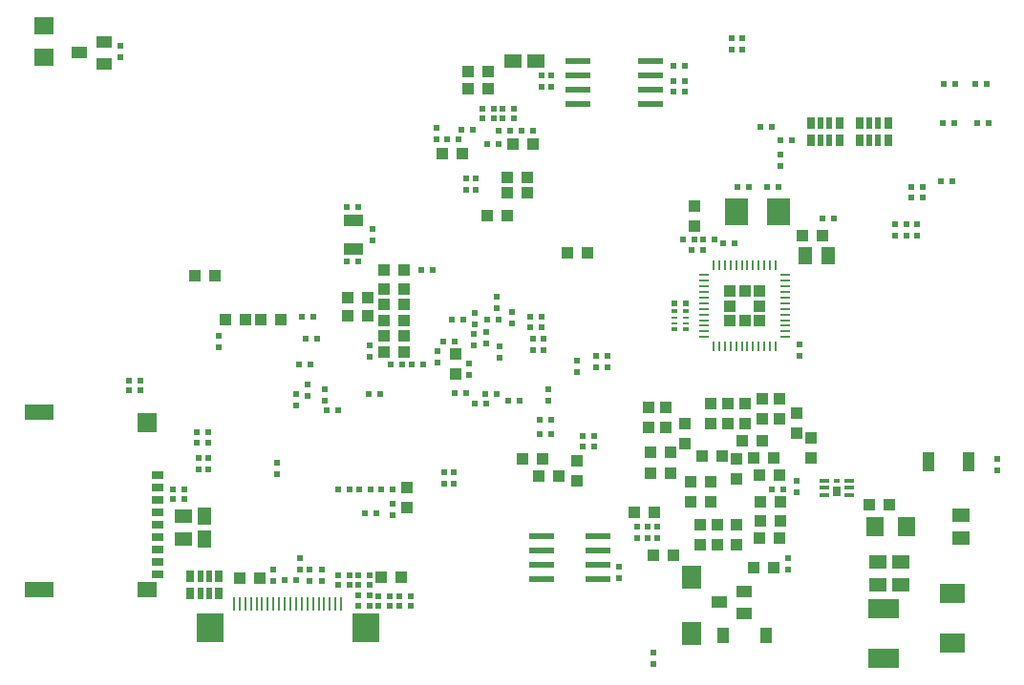
<source format=gbr>
%TF.GenerationSoftware,KiCad,Pcbnew,5.1.5-52549c5~84~ubuntu18.04.1*%
%TF.CreationDate,2020-02-11T15:54:30+02:00*%
%TF.ProjectId,A64-OlinuXino_Rev_G,4136342d-4f6c-4696-9e75-58696e6f5f52,G*%
%TF.SameCoordinates,Original*%
%TF.FileFunction,Paste,Bot*%
%TF.FilePolarity,Positive*%
%FSLAX46Y46*%
G04 Gerber Fmt 4.6, Leading zero omitted, Abs format (unit mm)*
G04 Created by KiCad (PCBNEW 5.1.5-52549c5~84~ubuntu18.04.1) date 2020-02-11 15:54:30*
%MOMM*%
%LPD*%
G04 APERTURE LIST*
%ADD10R,1.800000X1.000000*%
%ADD11R,0.500000X0.550000*%
%ADD12R,2.200000X0.600000*%
%ADD13R,0.550000X0.500000*%
%ADD14R,0.600000X0.350000*%
%ADD15R,0.800000X0.950000*%
%ADD16R,0.900000X0.350000*%
%ADD17R,0.605000X0.305000*%
%ADD18R,0.605000X0.230000*%
%ADD19R,1.016000X1.016000*%
%ADD20R,2.600000X1.400000*%
%ADD21R,1.800000X1.800000*%
%ADD22R,1.800000X1.400000*%
%ADD23R,1.100000X0.700000*%
%ADD24R,0.230000X1.280000*%
%ADD25R,2.400000X2.600000*%
%ADD26R,1.000000X1.000000*%
%ADD27R,0.880000X0.230000*%
%ADD28R,0.230000X0.880000*%
%ADD29R,0.508000X1.016000*%
%ADD30R,0.762000X1.016000*%
%ADD31R,1.524000X1.270000*%
%ADD32R,1.700000X2.000000*%
%ADD33R,1.000000X1.400000*%
%ADD34R,1.400000X1.000000*%
%ADD35R,1.800000X1.600000*%
%ADD36R,2.700000X1.800000*%
%ADD37R,1.270000X1.524000*%
%ADD38R,1.524000X1.778000*%
%ADD39R,1.016000X1.778000*%
%ADD40R,2.100000X2.400000*%
%ADD41R,2.286000X1.778000*%
G04 APERTURE END LIST*
D10*
%TO.C,Q2*%
X131953000Y-62210000D03*
X131953000Y-59710000D03*
%TD*%
D11*
%TO.C,R15*%
X144399000Y-50673000D03*
X143383000Y-50673000D03*
%TD*%
D12*
%TO.C,U4*%
X153649501Y-91567001D03*
X153649501Y-90297001D03*
X153649501Y-89027001D03*
X153649501Y-87757001D03*
X148649501Y-87757001D03*
X148649501Y-89027001D03*
X148649501Y-90297001D03*
X148649501Y-91567001D03*
%TD*%
D13*
%TO.C,C39*%
X155448000Y-90424000D03*
X155448000Y-91440000D03*
%TD*%
D11*
%TO.C,R66*%
X145161000Y-50673000D03*
X146177000Y-50673000D03*
%TD*%
D13*
%TO.C,C94*%
X142811500Y-56959500D03*
X142811500Y-55943500D03*
%TD*%
D11*
%TO.C,R131*%
X136017000Y-93027500D03*
X137033000Y-93027500D03*
%TD*%
%TO.C,R132*%
X132334000Y-92964000D03*
X133350000Y-92964000D03*
%TD*%
%TO.C,R127*%
X135191500Y-93027500D03*
X134175500Y-93027500D03*
%TD*%
%TO.C,R128*%
X133350000Y-92075000D03*
X132334000Y-92075000D03*
%TD*%
%TO.C,R129*%
X137033000Y-93916500D03*
X136017000Y-93916500D03*
%TD*%
%TO.C,R130*%
X133350000Y-93916500D03*
X132334000Y-93916500D03*
%TD*%
%TO.C,R126*%
X130556000Y-92075000D03*
X131572000Y-92075000D03*
%TD*%
%TO.C,R125*%
X135191500Y-93916500D03*
X134175500Y-93916500D03*
%TD*%
%TO.C,R121*%
X146177000Y-49784000D03*
X145161000Y-49784000D03*
%TD*%
D14*
%TO.C,T1*%
X174752000Y-82789000D03*
D15*
X174752000Y-83789000D03*
D16*
X175852000Y-84089000D03*
X175852000Y-83439000D03*
X175852000Y-82789000D03*
X173652000Y-82789000D03*
X173652000Y-83439000D03*
X173652000Y-84089000D03*
%TD*%
D17*
%TO.C,RM15*%
X160396500Y-69370000D03*
X161421500Y-69370000D03*
D18*
X160396500Y-68830000D03*
X161421500Y-68830000D03*
X160396500Y-68330000D03*
X161421500Y-68330000D03*
D17*
X160396500Y-67790000D03*
X161421500Y-67790000D03*
%TD*%
D11*
%TO.C,R62*%
X143383000Y-49784000D03*
X144399000Y-49784000D03*
%TD*%
D19*
%TO.C,C162*%
X161290000Y-79502000D03*
X161290000Y-77724000D03*
%TD*%
D12*
%TO.C,U12*%
X151832000Y-45593000D03*
X151832000Y-46863000D03*
X151832000Y-48133000D03*
X151832000Y-49403000D03*
X158302000Y-49403000D03*
X158302000Y-48133000D03*
X158302000Y-46863000D03*
X158302000Y-45593000D03*
%TD*%
D20*
%TO.C,MICRO_SD1*%
X104085000Y-92432000D03*
X104085000Y-76732000D03*
D21*
X113685000Y-77632000D03*
D22*
X113685000Y-92432000D03*
D23*
X114565000Y-91132000D03*
X114565000Y-90032000D03*
X114565000Y-88932000D03*
X114565000Y-87832000D03*
X114565000Y-86732000D03*
X114565000Y-85632000D03*
X114565000Y-84532000D03*
X114565000Y-83432000D03*
X114565000Y-82332000D03*
%TD*%
D24*
%TO.C,MIPI-DSI1*%
X121361000Y-93770000D03*
X121861000Y-93770000D03*
X122361000Y-93770000D03*
X122861000Y-93770000D03*
X123361000Y-93770000D03*
X123861000Y-93770000D03*
X124361000Y-93770000D03*
X124861000Y-93770000D03*
X125361000Y-93770000D03*
X125861000Y-93770000D03*
X126361000Y-93770000D03*
X126861000Y-93770000D03*
X127361000Y-93770000D03*
X127861000Y-93770000D03*
X128361000Y-93770000D03*
X128861000Y-93770000D03*
X129361000Y-93770000D03*
X129861000Y-93770000D03*
X130361000Y-93770000D03*
X130861000Y-93770000D03*
D25*
X119211000Y-95870000D03*
X133011000Y-95870000D03*
%TD*%
D26*
%TO.C,U15*%
X167919400Y-66014600D03*
X166624000Y-66014600D03*
X167919400Y-67310000D03*
X167919400Y-68605400D03*
X166624000Y-68605400D03*
X165328600Y-68605400D03*
X165328600Y-67310000D03*
D27*
X170224000Y-64560000D03*
X170224000Y-65060000D03*
X170224000Y-65560000D03*
X170224000Y-66060000D03*
X170224000Y-66560000D03*
X170224000Y-67060000D03*
X170224000Y-67560000D03*
X170224000Y-68060000D03*
X170224000Y-68560000D03*
X170224000Y-69060000D03*
X170224000Y-69560000D03*
X170224000Y-70060000D03*
D28*
X169374000Y-70910000D03*
X168874000Y-70910000D03*
X168374000Y-70910000D03*
X167874000Y-70910000D03*
X167374000Y-70910000D03*
X166874000Y-70910000D03*
X166374000Y-70910000D03*
X165874000Y-70910000D03*
X165374000Y-70910000D03*
X164874000Y-70910000D03*
X164374000Y-70910000D03*
X163874000Y-70910000D03*
D27*
X163024000Y-70060000D03*
X163024000Y-69560000D03*
X163024000Y-69060000D03*
X163024000Y-68560000D03*
X163024000Y-68060000D03*
X163024000Y-67560000D03*
X163024000Y-67060000D03*
X163024000Y-66560000D03*
X163024000Y-66060000D03*
X163024000Y-65560000D03*
X163024000Y-65060000D03*
X163024000Y-64560000D03*
D28*
X163874000Y-63710000D03*
X164374000Y-63710000D03*
X164874000Y-63710000D03*
X165374000Y-63710000D03*
X165874000Y-63710000D03*
X166374000Y-63710000D03*
X166874000Y-63710000D03*
X167374000Y-63710000D03*
X167874000Y-63710000D03*
X168374000Y-63710000D03*
X168874000Y-63710000D03*
X169374000Y-63710000D03*
D26*
X165328600Y-66014600D03*
%TD*%
D29*
%TO.C,RM9*%
X177673000Y-52578000D03*
X178435000Y-52578000D03*
X177673000Y-51054000D03*
X178435000Y-51054000D03*
D30*
X176784000Y-52578000D03*
X176784000Y-51054000D03*
X179324000Y-52578000D03*
X179324000Y-51054000D03*
%TD*%
D13*
%TO.C,R93*%
X133604000Y-61468000D03*
X133604000Y-60452000D03*
%TD*%
%TO.C,R46*%
X111252000Y-45212000D03*
X111252000Y-44196000D03*
%TD*%
%TO.C,C1*%
X135400000Y-85908000D03*
X135400000Y-84892000D03*
%TD*%
D11*
%TO.C,C2*%
X134366000Y-83566000D03*
X135382000Y-83566000D03*
%TD*%
%TO.C,C3*%
X132461000Y-83566000D03*
X133477000Y-83566000D03*
%TD*%
%TO.C,C4*%
X130556000Y-83566000D03*
X131572000Y-83566000D03*
%TD*%
D19*
%TO.C,C5*%
X136144000Y-91376500D03*
X134366000Y-91376500D03*
%TD*%
D13*
%TO.C,C6*%
X129159000Y-91694000D03*
X129159000Y-90678000D03*
%TD*%
%TO.C,C7*%
X124841000Y-91694000D03*
X124841000Y-90678000D03*
%TD*%
%TO.C,C8*%
X125200000Y-81192000D03*
X125200000Y-82208000D03*
%TD*%
%TO.C,C9*%
X129413000Y-74676000D03*
X129413000Y-75692000D03*
%TD*%
D19*
%TO.C,C10*%
X125489000Y-68500000D03*
X123711000Y-68500000D03*
%TD*%
D13*
%TO.C,C11*%
X119100000Y-80792000D03*
X119100000Y-81808000D03*
%TD*%
D11*
%TO.C,C12*%
X134008000Y-85700000D03*
X132992000Y-85700000D03*
%TD*%
%TO.C,C13*%
X132334000Y-91186000D03*
X133350000Y-91186000D03*
%TD*%
%TO.C,C14*%
X130556000Y-91186000D03*
X131572000Y-91186000D03*
%TD*%
D13*
%TO.C,C15*%
X133400000Y-71808000D03*
X133400000Y-70792000D03*
%TD*%
D19*
%TO.C,C16*%
X121911000Y-91500000D03*
X123689000Y-91500000D03*
%TD*%
D11*
%TO.C,C17*%
X144608000Y-75100000D03*
X143592000Y-75100000D03*
%TD*%
%TO.C,C18*%
X146708000Y-75700000D03*
X145692000Y-75700000D03*
%TD*%
%TO.C,C19*%
X129540000Y-76581000D03*
X130556000Y-76581000D03*
%TD*%
%TO.C,C20*%
X128708000Y-70200000D03*
X127692000Y-70200000D03*
%TD*%
D19*
%TO.C,C21*%
X131445000Y-68199000D03*
X133223000Y-68199000D03*
%TD*%
D11*
%TO.C,C22*%
X140892000Y-75000000D03*
X141908000Y-75000000D03*
%TD*%
%TO.C,C23*%
X118092000Y-78500000D03*
X119108000Y-78500000D03*
%TD*%
D13*
%TO.C,C24*%
X127200000Y-90708000D03*
X127200000Y-89692000D03*
%TD*%
D11*
%TO.C,C25*%
X128408000Y-68300000D03*
X127392000Y-68300000D03*
%TD*%
D19*
%TO.C,C26*%
X120611000Y-68500000D03*
X122389000Y-68500000D03*
%TD*%
%TO.C,C27*%
X136652000Y-83439000D03*
X136652000Y-85217000D03*
%TD*%
D13*
%TO.C,C28*%
X127900000Y-75308000D03*
X127900000Y-74292000D03*
%TD*%
D11*
%TO.C,C29*%
X142692000Y-76000000D03*
X143708000Y-76000000D03*
%TD*%
%TO.C,C30*%
X134308000Y-75100000D03*
X133292000Y-75100000D03*
%TD*%
D13*
%TO.C,C31*%
X126900000Y-75092000D03*
X126900000Y-76108000D03*
%TD*%
D11*
%TO.C,C34*%
X147592000Y-69200000D03*
X148608000Y-69200000D03*
%TD*%
%TO.C,C35*%
X146892000Y-51750000D03*
X147908000Y-51750000D03*
%TD*%
D19*
%TO.C,C36*%
X146113500Y-52959000D03*
X147891500Y-52959000D03*
%TD*%
D11*
%TO.C,C37*%
X140242000Y-52500000D03*
X141258000Y-52500000D03*
%TD*%
D19*
%TO.C,C38*%
X139861000Y-53750000D03*
X141639000Y-53750000D03*
%TD*%
%TO.C,C42*%
X142111000Y-46500000D03*
X143889000Y-46500000D03*
%TD*%
%TO.C,C43*%
X142111000Y-48050000D03*
X143889000Y-48050000D03*
%TD*%
D11*
%TO.C,C44*%
X142508000Y-51650000D03*
X141492000Y-51650000D03*
%TD*%
%TO.C,C46*%
X139892000Y-70500000D03*
X140908000Y-70500000D03*
%TD*%
D13*
%TO.C,C50*%
X139425000Y-72333000D03*
X139425000Y-71317000D03*
%TD*%
D11*
%TO.C,C51*%
X137092000Y-72500000D03*
X138108000Y-72500000D03*
%TD*%
D19*
%TO.C,C53*%
X134620000Y-69977000D03*
X136398000Y-69977000D03*
%TD*%
%TO.C,C54*%
X136398000Y-65786000D03*
X134620000Y-65786000D03*
%TD*%
%TO.C,C55*%
X134620000Y-68580000D03*
X136398000Y-68580000D03*
%TD*%
%TO.C,C56*%
X136398000Y-67183000D03*
X134620000Y-67183000D03*
%TD*%
%TO.C,C59*%
X136398000Y-71374000D03*
X134620000Y-71374000D03*
%TD*%
%TO.C,C61*%
X141050000Y-73364000D03*
X141050000Y-71586000D03*
%TD*%
D31*
%TO.C,C64*%
X116840000Y-88011000D03*
X116840000Y-85979000D03*
%TD*%
D13*
%TO.C,C72*%
X179959000Y-60071000D03*
X179959000Y-61087000D03*
%TD*%
%TO.C,C73*%
X144625000Y-67458000D03*
X144625000Y-66442000D03*
%TD*%
D11*
%TO.C,C79*%
X144808000Y-68500000D03*
X143792000Y-68500000D03*
%TD*%
D13*
%TO.C,C80*%
X147900000Y-71208000D03*
X147900000Y-70192000D03*
%TD*%
%TO.C,C109*%
X142700000Y-67892000D03*
X142700000Y-68908000D03*
%TD*%
D11*
%TO.C,C110*%
X147592000Y-68300000D03*
X148608000Y-68300000D03*
%TD*%
D13*
%TO.C,C115*%
X148800000Y-70192000D03*
X148800000Y-71208000D03*
%TD*%
D19*
%TO.C,C116*%
X143764000Y-59309000D03*
X145542000Y-59309000D03*
%TD*%
D13*
%TO.C,C117*%
X142600000Y-69792000D03*
X142600000Y-70808000D03*
%TD*%
D31*
%TO.C,C118*%
X180467000Y-92075000D03*
X180467000Y-90043000D03*
%TD*%
%TO.C,C119*%
X178435000Y-92075000D03*
X178435000Y-90043000D03*
%TD*%
D19*
%TO.C,C120*%
X145542000Y-55880000D03*
X147320000Y-55880000D03*
%TD*%
%TO.C,C121*%
X168021000Y-84709000D03*
X169799000Y-84709000D03*
%TD*%
D11*
%TO.C,C123*%
X149508000Y-77400000D03*
X148492000Y-77400000D03*
%TD*%
D19*
%TO.C,C125*%
X160020000Y-80264000D03*
X158242000Y-80264000D03*
%TD*%
%TO.C,C126*%
X161798000Y-82931000D03*
X163576000Y-82931000D03*
%TD*%
D11*
%TO.C,C127*%
X152273000Y-79756000D03*
X153289000Y-79756000D03*
%TD*%
D19*
%TO.C,C128*%
X168021000Y-86360000D03*
X169799000Y-86360000D03*
%TD*%
D11*
%TO.C,C130*%
X152273000Y-78867000D03*
X153289000Y-78867000D03*
%TD*%
D13*
%TO.C,C132*%
X149200000Y-75708000D03*
X149200000Y-74692000D03*
%TD*%
D19*
%TO.C,C133*%
X165862000Y-88519000D03*
X165862000Y-86741000D03*
%TD*%
D11*
%TO.C,C134*%
X149508000Y-78700000D03*
X148492000Y-78700000D03*
%TD*%
D19*
%TO.C,C135*%
X179451000Y-84963000D03*
X177673000Y-84963000D03*
%TD*%
%TO.C,C137*%
X151765000Y-81026000D03*
X151765000Y-82804000D03*
%TD*%
%TO.C,C142*%
X148717000Y-80899000D03*
X146939000Y-80899000D03*
%TD*%
%TO.C,C145*%
X164211000Y-88519000D03*
X164211000Y-86741000D03*
%TD*%
%TO.C,C147*%
X172466000Y-78994000D03*
X172466000Y-80772000D03*
%TD*%
%TO.C,C148*%
X150114000Y-82423000D03*
X148336000Y-82423000D03*
%TD*%
%TO.C,C149*%
X162687000Y-86741000D03*
X162687000Y-88519000D03*
%TD*%
%TO.C,C151*%
X158496000Y-89408000D03*
X160274000Y-89408000D03*
%TD*%
%TO.C,C152*%
X167386000Y-90551000D03*
X169164000Y-90551000D03*
%TD*%
%TO.C,C153*%
X166624000Y-77724000D03*
X166624000Y-75946000D03*
%TD*%
D13*
%TO.C,C155*%
X142200000Y-72392000D03*
X142200000Y-73408000D03*
%TD*%
D11*
%TO.C,C156*%
X185293000Y-47625000D03*
X184277000Y-47625000D03*
%TD*%
D19*
%TO.C,C157*%
X165862000Y-80899000D03*
X165862000Y-82677000D03*
%TD*%
D13*
%TO.C,C158*%
X144900000Y-70892000D03*
X144900000Y-71908000D03*
%TD*%
D19*
%TO.C,C159*%
X160020000Y-82169000D03*
X158242000Y-82169000D03*
%TD*%
%TO.C,C160*%
X158115000Y-76327000D03*
X158115000Y-78105000D03*
%TD*%
%TO.C,C161*%
X162814000Y-80645000D03*
X164592000Y-80645000D03*
%TD*%
%TO.C,C164*%
X163576000Y-77724000D03*
X163576000Y-75946000D03*
%TD*%
%TO.C,C165*%
X165100000Y-77724000D03*
X165100000Y-75946000D03*
%TD*%
%TO.C,C167*%
X168148000Y-79248000D03*
X166370000Y-79248000D03*
%TD*%
%TO.C,C168*%
X159639000Y-76327000D03*
X159639000Y-78105000D03*
%TD*%
%TO.C,C170*%
X169164000Y-80772000D03*
X167386000Y-80772000D03*
%TD*%
%TO.C,C171*%
X163576000Y-84709000D03*
X161798000Y-84709000D03*
%TD*%
%TO.C,C173*%
X156845000Y-85598000D03*
X158623000Y-85598000D03*
%TD*%
%TO.C,C174*%
X171196000Y-78613000D03*
X171196000Y-76835000D03*
%TD*%
%TO.C,C176*%
X169672000Y-82296000D03*
X167894000Y-82296000D03*
%TD*%
D11*
%TO.C,C177*%
X185166000Y-51054000D03*
X184150000Y-51054000D03*
%TD*%
D19*
%TO.C,C178*%
X169672000Y-77343000D03*
X169672000Y-75565000D03*
%TD*%
%TO.C,C179*%
X168148000Y-77343000D03*
X168148000Y-75565000D03*
%TD*%
D31*
%TO.C,C180*%
X185801000Y-87884000D03*
X185801000Y-85852000D03*
%TD*%
D19*
%TO.C,C181*%
X169672000Y-87884000D03*
X167894000Y-87884000D03*
%TD*%
D11*
%TO.C,C183*%
X131318000Y-58547000D03*
X132334000Y-58547000D03*
%TD*%
%TO.C,C184*%
X131318000Y-63373000D03*
X132334000Y-63373000D03*
%TD*%
D19*
%TO.C,C188*%
X145542000Y-57277000D03*
X147320000Y-57277000D03*
%TD*%
D11*
%TO.C,C189*%
X141708000Y-68500000D03*
X140692000Y-68500000D03*
%TD*%
D19*
%TO.C,C190*%
X117856000Y-64643000D03*
X119634000Y-64643000D03*
%TD*%
D13*
%TO.C,C191*%
X146000000Y-68834000D03*
X146000000Y-67818000D03*
%TD*%
D19*
%TO.C,C192*%
X136398000Y-64135000D03*
X134620000Y-64135000D03*
%TD*%
%TO.C,C194*%
X150876000Y-62611000D03*
X152654000Y-62611000D03*
%TD*%
D32*
%TO.C,D3*%
X161925000Y-96353000D03*
X161925000Y-91353000D03*
%TD*%
D33*
%TO.C,D4*%
X168524000Y-96520000D03*
X164724000Y-96520000D03*
%TD*%
D34*
%TO.C,FET1*%
X109819440Y-43881040D03*
X109819440Y-45783500D03*
X107609640Y-44828460D03*
%TD*%
%TO.C,FET2*%
X166588440Y-92649040D03*
X166588440Y-94551500D03*
X164378640Y-93596460D03*
%TD*%
D35*
%TO.C,FUSE1*%
X104521000Y-42415000D03*
X104521000Y-45215000D03*
%TD*%
D36*
%TO.C,FUSE2*%
X178943000Y-98593000D03*
X178943000Y-94193000D03*
%TD*%
D31*
%TO.C,L1*%
X148082000Y-45593000D03*
X146050000Y-45593000D03*
%TD*%
D37*
%TO.C,L2*%
X118745000Y-88011000D03*
X118745000Y-85979000D03*
%TD*%
D11*
%TO.C,R2*%
X128108000Y-72500000D03*
X127092000Y-72500000D03*
%TD*%
D13*
%TO.C,R3*%
X140843000Y-82042000D03*
X140843000Y-83058000D03*
%TD*%
%TO.C,R4*%
X139954000Y-82042000D03*
X139954000Y-83058000D03*
%TD*%
D11*
%TO.C,R54*%
X168021000Y-51435000D03*
X169037000Y-51435000D03*
%TD*%
D13*
%TO.C,R60*%
X169799000Y-53848000D03*
X169799000Y-54864000D03*
%TD*%
D11*
%TO.C,R96*%
X137922000Y-64135000D03*
X138938000Y-64135000D03*
%TD*%
D13*
%TO.C,R97*%
X151765000Y-72136000D03*
X151765000Y-73152000D03*
%TD*%
D11*
%TO.C,R98*%
X153416000Y-72771000D03*
X154432000Y-72771000D03*
%TD*%
D29*
%TO.C,RM7*%
X118364000Y-92837000D03*
X119126000Y-92837000D03*
X118364000Y-91313000D03*
X119126000Y-91313000D03*
D30*
X117475000Y-92837000D03*
X117475000Y-91313000D03*
X120015000Y-92837000D03*
X120015000Y-91313000D03*
%TD*%
D29*
%TO.C,RM12*%
X173355000Y-52578000D03*
X174117000Y-52578000D03*
X173355000Y-51054000D03*
X174117000Y-51054000D03*
D30*
X172466000Y-52578000D03*
X172466000Y-51054000D03*
X175006000Y-52578000D03*
X175006000Y-51054000D03*
%TD*%
D11*
%TO.C,R37*%
X185039000Y-56261000D03*
X184023000Y-56261000D03*
%TD*%
D13*
%TO.C,R38*%
X181864000Y-61087000D03*
X181864000Y-60071000D03*
%TD*%
D11*
%TO.C,R41*%
X173482000Y-59563000D03*
X174498000Y-59563000D03*
%TD*%
D13*
%TO.C,R42*%
X180975000Y-60071000D03*
X180975000Y-61087000D03*
%TD*%
D11*
%TO.C,R61*%
X170815000Y-52578000D03*
X169799000Y-52578000D03*
%TD*%
D13*
%TO.C,C197*%
X143700000Y-70608000D03*
X143700000Y-69592000D03*
%TD*%
%TO.C,R85*%
X170434000Y-90678000D03*
X170434000Y-89662000D03*
%TD*%
%TO.C,R84*%
X171196000Y-83820000D03*
X171196000Y-82804000D03*
%TD*%
D38*
%TO.C,R78*%
X180975000Y-86868000D03*
X178181000Y-86868000D03*
%TD*%
D11*
%TO.C,R92*%
X169037000Y-83566000D03*
X170053000Y-83566000D03*
%TD*%
D13*
%TO.C,R90*%
X157099000Y-86868000D03*
X157099000Y-87884000D03*
%TD*%
%TO.C,R88*%
X157988000Y-86868000D03*
X157988000Y-87884000D03*
%TD*%
D11*
%TO.C,R89*%
X187071000Y-47625000D03*
X188087000Y-47625000D03*
%TD*%
D13*
%TO.C,R83*%
X158877000Y-87884000D03*
X158877000Y-86868000D03*
%TD*%
D11*
%TO.C,R91*%
X187198000Y-51054000D03*
X188214000Y-51054000D03*
%TD*%
D13*
%TO.C,R95*%
X158496000Y-99060000D03*
X158496000Y-98044000D03*
%TD*%
D11*
%TO.C,R30*%
X116967000Y-83566000D03*
X115951000Y-83566000D03*
%TD*%
%TO.C,R31*%
X116967000Y-84455000D03*
X115951000Y-84455000D03*
%TD*%
%TO.C,R21*%
X145796000Y-51752500D03*
X144780000Y-51752500D03*
%TD*%
%TO.C,R23*%
X144780000Y-52950000D03*
X143764000Y-52950000D03*
%TD*%
%TO.C,R27*%
X136271000Y-72517000D03*
X135255000Y-72517000D03*
%TD*%
D13*
%TO.C,R1*%
X120000000Y-69992000D03*
X120000000Y-71008000D03*
%TD*%
%TO.C,R5*%
X118200000Y-81808000D03*
X118200000Y-80792000D03*
%TD*%
D11*
%TO.C,R8*%
X119108000Y-79400000D03*
X118092000Y-79400000D03*
%TD*%
D13*
%TO.C,R9*%
X128079500Y-91694000D03*
X128079500Y-90678000D03*
%TD*%
D11*
%TO.C,R13*%
X126908000Y-91600000D03*
X125892000Y-91600000D03*
%TD*%
%TO.C,R86*%
X182372000Y-56769000D03*
X181356000Y-56769000D03*
%TD*%
%TO.C,R87*%
X182372000Y-57658000D03*
X181356000Y-57658000D03*
%TD*%
D19*
%TO.C,R36*%
X133223000Y-66548000D03*
X131445000Y-66548000D03*
%TD*%
D39*
%TO.C,C196*%
X182880000Y-81153000D03*
X186436000Y-81153000D03*
%TD*%
D37*
%TO.C,C201*%
X173990000Y-62865000D03*
X171958000Y-62865000D03*
%TD*%
D19*
%TO.C,C211*%
X162179000Y-60198000D03*
X162179000Y-58420000D03*
%TD*%
D11*
%TO.C,R105*%
X161417000Y-67056000D03*
X160401000Y-67056000D03*
%TD*%
%TO.C,R109*%
X163957000Y-61404500D03*
X162941000Y-61404500D03*
%TD*%
%TO.C,R110*%
X165735000Y-61722000D03*
X164719000Y-61722000D03*
%TD*%
D13*
%TO.C,R111*%
X188976000Y-81915000D03*
X188976000Y-80899000D03*
%TD*%
D19*
%TO.C,R115*%
X173482000Y-61087000D03*
X171704000Y-61087000D03*
%TD*%
D11*
%TO.C,C210*%
X162941000Y-62357000D03*
X161925000Y-62357000D03*
%TD*%
D13*
%TO.C,C216*%
X171450000Y-70739000D03*
X171450000Y-71755000D03*
%TD*%
%TO.C,C81*%
X148590000Y-46799500D03*
X148590000Y-47815500D03*
%TD*%
D11*
%TO.C,R53*%
X161290000Y-45974000D03*
X160274000Y-45974000D03*
%TD*%
%TO.C,R55*%
X161290000Y-48260000D03*
X160274000Y-48260000D03*
%TD*%
%TO.C,R56*%
X161290000Y-47371000D03*
X160274000Y-47371000D03*
%TD*%
D13*
%TO.C,R57*%
X149479000Y-46799500D03*
X149479000Y-47815500D03*
%TD*%
D11*
%TO.C,C86*%
X113030000Y-73914000D03*
X112014000Y-73914000D03*
%TD*%
%TO.C,C87*%
X113030000Y-74803000D03*
X112014000Y-74803000D03*
%TD*%
D13*
%TO.C,R28*%
X166370000Y-44577000D03*
X166370000Y-43561000D03*
%TD*%
%TO.C,R65*%
X165481000Y-44577000D03*
X165481000Y-43561000D03*
%TD*%
D40*
%TO.C,Q4*%
X165917000Y-58928000D03*
X169617000Y-58928000D03*
%TD*%
D11*
%TO.C,C212*%
X169608500Y-56769000D03*
X168592500Y-56769000D03*
%TD*%
%TO.C,C213*%
X165989000Y-56769000D03*
X167005000Y-56769000D03*
%TD*%
D41*
%TO.C,D1*%
X185039000Y-92819000D03*
X185039000Y-97173000D03*
%TD*%
D13*
%TO.C,R67*%
X139350000Y-51492000D03*
X139350000Y-52508000D03*
%TD*%
%TO.C,R68*%
X141922500Y-56959500D03*
X141922500Y-55943500D03*
%TD*%
D11*
%TO.C,C88*%
X154432000Y-71755000D03*
X153416000Y-71755000D03*
%TD*%
%TO.C,C93*%
X162179000Y-61404500D03*
X161163000Y-61404500D03*
%TD*%
M02*

</source>
